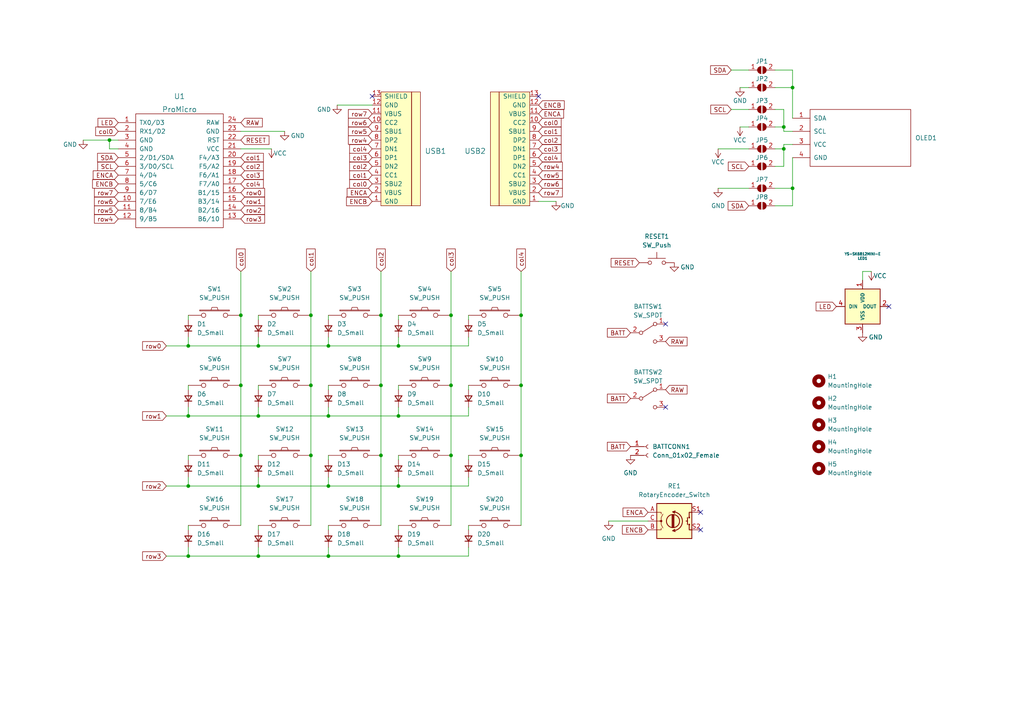
<source format=kicad_sch>
(kicad_sch (version 20211123) (generator eeschema)
  (paper "A4")
  (lib_symbols
    (symbol "Connector:Conn_01x02_Female" (pin_names (offset 1.016) hide)
      (property "Reference" "J" (at 0 2.54 0))
      (property "Value" "Conn_01x02_Female" (at 0 -5.08 0))
      (symbol "Conn_01x02_Female_1_1"
        (arc (start 0 -2.032) (mid -0.508 -2.54) (end 0 -3.048) (stroke (width 0.1524)))
        (polyline (pts (xy -1.27 -2.54) (xy -0.508 -2.54)) (stroke (width 0.1524)))
        (polyline (pts (xy -1.27 0) (xy -0.508 0)) (stroke (width 0.1524)))
        (arc (start 0 0.508) (mid -0.508 0) (end 0 -0.508) (stroke (width 0.1524)))
        (pin passive line (at -5.08 0 0) (length 3.81) (name "Pin_1") (number "1"))
        (pin passive line (at -5.08 -2.54 0) (length 3.81) (name "Pin_2") (number "2"))
      )
    )
    (symbol "Device:D_Small" (pin_numbers hide) (pin_names (offset 0.254) hide)
      (property "Reference" "D" (at -1.27 2.032 0))
      (property "Value" "D_Small" (at -3.81 -2.032 0))
      (symbol "D_Small_0_1"
        (polyline (pts (xy -0.762 -1.016) (xy -0.762 1.016)) (stroke (width 0.254)))
        (polyline (pts (xy -0.762 0) (xy 0.762 0)))
        (polyline (pts (xy 0.762 -1.016) (xy -0.762 0) (xy 0.762 1.016) (xy 0.762 -1.016)) (stroke (width 0.254)))
      )
      (symbol "D_Small_1_1"
        (pin passive line (at -2.54 0 0) (length 1.778) (name "K") (number "1"))
        (pin passive line (at 2.54 0 180) (length 1.778) (name "A") (number "2"))
      )
    )
    (symbol "Device:RotaryEncoder_Switch" (pin_names (offset 0.254) hide)
      (property "Reference" "SW" (at 0 6.604 0))
      (property "Value" "RotaryEncoder_Switch" (at 0 -6.604 0))
      (symbol "RotaryEncoder_Switch_0_1"
        (rectangle (start -5.08 5.08) (end 5.08 -5.08) (stroke (width 0.254)) (fill (type background)))
        (circle (center -3.81 0) (radius 0.254) (fill (type outline)))
        (arc (start -0.381 -2.794) (mid 2.3622 -0.0508) (end -0.381 2.667) (stroke (width 0.254)))
        (circle (center -0.381 0) (radius 1.905) (stroke (width 0.254)))
        (polyline (pts (xy -0.635 -1.778) (xy -0.635 1.778)) (stroke (width 0.254)))
        (polyline (pts (xy -0.381 -1.778) (xy -0.381 1.778)) (stroke (width 0.254)))
        (polyline (pts (xy -0.127 1.778) (xy -0.127 -1.778)) (stroke (width 0.254)))
        (polyline (pts (xy 3.81 0) (xy 3.429 0)) (stroke (width 0.254)))
        (polyline (pts (xy 3.81 1.016) (xy 3.81 -1.016)) (stroke (width 0.254)))
        (polyline (pts (xy -5.08 -2.54) (xy -3.81 -2.54) (xy -3.81 -2.032)))
        (polyline (pts (xy -5.08 2.54) (xy -3.81 2.54) (xy -3.81 2.032)))
        (polyline (pts (xy 0.254 -3.048) (xy -0.508 -2.794) (xy 0.127 -2.413)) (stroke (width 0.254)))
        (polyline (pts (xy 0.254 2.921) (xy -0.508 2.667) (xy 0.127 2.286)) (stroke (width 0.254)))
        (polyline (pts (xy 5.08 -2.54) (xy 4.318 -2.54) (xy 4.318 -1.016)) (stroke (width 0.254)))
        (polyline (pts (xy 5.08 2.54) (xy 4.318 2.54) (xy 4.318 1.016)) (stroke (width 0.254)))
        (polyline (pts (xy -5.08 0) (xy -3.81 0) (xy -3.81 -1.016) (xy -3.302 -2.032)))
        (polyline (pts (xy -4.318 0) (xy -3.81 0) (xy -3.81 1.016) (xy -3.302 2.032)))
        (circle (center 4.318 -1.016) (radius 0.127) (stroke (width 0.254)))
        (circle (center 4.318 1.016) (radius 0.127) (stroke (width 0.254)))
      )
      (symbol "RotaryEncoder_Switch_1_1"
        (pin passive line (at -7.62 2.54 0) (length 2.54) (name "A") (number "A"))
        (pin passive line (at -7.62 -2.54 0) (length 2.54) (name "B") (number "B"))
        (pin passive line (at -7.62 0 0) (length 2.54) (name "C") (number "C"))
        (pin passive line (at 7.62 2.54 180) (length 2.54) (name "S1") (number "S1"))
        (pin passive line (at 7.62 -2.54 180) (length 2.54) (name "S2") (number "S2"))
      )
    )
    (symbol "Jumper:SolderJumper_2_Open" (pin_names (offset 0) hide)
      (property "Reference" "JP" (at 0 2.032 0))
      (property "Value" "SolderJumper_2_Open" (at 0 -2.54 0))
      (symbol "SolderJumper_2_Open_0_1"
        (arc (start -0.254 1.016) (mid -1.27 0) (end -0.254 -1.016))
        (arc (start -0.254 1.016) (mid -1.27 0) (end -0.254 -1.016) (fill (type outline)))
        (polyline (pts (xy -0.254 1.016) (xy -0.254 -1.016)))
        (polyline (pts (xy 0.254 1.016) (xy 0.254 -1.016)))
        (arc (start 0.254 -1.016) (mid 1.27 0) (end 0.254 1.016))
        (arc (start 0.254 -1.016) (mid 1.27 0) (end 0.254 1.016) (fill (type outline)))
      )
      (symbol "SolderJumper_2_Open_1_1"
        (pin passive line (at -3.81 0 0) (length 2.54) (name "A") (number "1"))
        (pin passive line (at 3.81 0 180) (length 2.54) (name "B") (number "2"))
      )
    )
    (symbol "Mechanical:MountingHole" (pin_names (offset 1.016))
      (property "Reference" "H" (at 0 5.08 0))
      (property "Value" "MountingHole" (at 0 3.175 0))
      (symbol "MountingHole_0_1"
        (circle (center 0 0) (radius 1.27) (stroke (width 1.27)))
      )
    )
    (symbol "Switch:SW_Push" (pin_numbers hide) (pin_names (offset 1.016) hide)
      (property "Reference" "SW" (at 1.27 2.54 0))
      (property "Value" "SW_Push" (at 0 -1.524 0))
      (symbol "SW_Push_0_1"
        (circle (center -2.032 0) (radius 0.508))
        (polyline (pts (xy 0 1.27) (xy 0 3.048)))
        (polyline (pts (xy 2.54 1.27) (xy -2.54 1.27)))
        (circle (center 2.032 0) (radius 0.508))
        (pin passive line (at -5.08 0 0) (length 2.54) (name "1") (number "1"))
        (pin passive line (at 5.08 0 180) (length 2.54) (name "2") (number "2"))
      )
    )
    (symbol "Switch:SW_SPDT" (pin_names (offset 0) hide)
      (property "Reference" "SW" (at 0 4.318 0))
      (property "Value" "SW_SPDT" (at 0 -5.08 0))
      (symbol "SW_SPDT_0_0"
        (circle (center -2.032 0) (radius 0.508))
        (circle (center 2.032 -2.54) (radius 0.508))
      )
      (symbol "SW_SPDT_0_1"
        (polyline (pts (xy -1.524 0.254) (xy 1.651 2.286)))
        (circle (center 2.032 2.54) (radius 0.508))
      )
      (symbol "SW_SPDT_1_1"
        (pin passive line (at 5.08 2.54 180) (length 2.54) (name "A") (number "1"))
        (pin passive line (at -5.08 0 0) (length 2.54) (name "B") (number "2"))
        (pin passive line (at 5.08 -2.54 180) (length 2.54) (name "C") (number "3"))
      )
    )
    (symbol "kbd:OLED" (pin_names (offset 1.016))
      (property "Reference" "OL" (at 0 2.54 0))
      (property "Value" "OLED" (at 0 -1.27 0))
      (symbol "OLED_0_1"
        (rectangle (start -13.97 8.89) (end 15.24 -7.62))
      )
      (symbol "OLED_1_1"
        (pin bidirectional line (at -19.05 6.35 0) (length 5.08) (name "SDA") (number "1"))
        (pin bidirectional line (at -19.05 2.54 0) (length 5.08) (name "SCL") (number "2"))
        (pin power_in line (at -19.05 -1.27 0) (length 5.08) (name "VCC") (number "3"))
        (pin power_in line (at -19.05 -5.08 0) (length 5.08) (name "GND") (number "4"))
      )
    )
    (symbol "kbd:ProMicro" (pin_names (offset 1.016))
      (property "Reference" "U" (at 0 19.05 0))
      (property "Value" "ProMicro" (at 0 -19.05 0))
      (symbol "ProMicro_0_1"
        (rectangle (start -12.7 16.51) (end 12.7 -16.51))
      )
      (symbol "ProMicro_1_1"
        (pin bidirectional line (at -17.78 13.97 0) (length 5.08) (name "TX0/D3") (number "1"))
        (pin bidirectional line (at -17.78 -8.89 0) (length 5.08) (name "7/E6") (number "10"))
        (pin bidirectional line (at -17.78 -11.43 0) (length 5.08) (name "8/B4") (number "11"))
        (pin bidirectional line (at -17.78 -13.97 0) (length 5.08) (name "9/B5") (number "12"))
        (pin bidirectional line (at 17.78 -13.97 180) (length 5.08) (name "B6/10") (number "13"))
        (pin bidirectional line (at 17.78 -11.43 180) (length 5.08) (name "B2/16") (number "14"))
        (pin bidirectional line (at 17.78 -8.89 180) (length 5.08) (name "B3/14") (number "15"))
        (pin bidirectional line (at 17.78 -6.35 180) (length 5.08) (name "B1/15") (number "16"))
        (pin bidirectional line (at 17.78 -3.81 180) (length 5.08) (name "F7/A0") (number "17"))
        (pin bidirectional line (at 17.78 -1.27 180) (length 5.08) (name "F6/A1") (number "18"))
        (pin bidirectional line (at 17.78 1.27 180) (length 5.08) (name "F5/A2") (number "19"))
        (pin bidirectional line (at -17.78 11.43 0) (length 5.08) (name "RX1/D2") (number "2"))
        (pin bidirectional line (at 17.78 3.81 180) (length 5.08) (name "F4/A3") (number "20"))
        (pin power_in line (at 17.78 6.35 180) (length 5.08) (name "VCC") (number "21"))
        (pin input line (at 17.78 8.89 180) (length 5.08) (name "RST") (number "22"))
        (pin power_in line (at 17.78 11.43 180) (length 5.08) (name "GND") (number "23"))
        (pin power_out line (at 17.78 13.97 180) (length 5.08) (name "RAW") (number "24"))
        (pin power_in line (at -17.78 8.89 0) (length 5.08) (name "GND") (number "3"))
        (pin power_in line (at -17.78 6.35 0) (length 5.08) (name "GND") (number "4"))
        (pin bidirectional line (at -17.78 3.81 0) (length 5.08) (name "2/D1/SDA") (number "5"))
        (pin bidirectional line (at -17.78 1.27 0) (length 5.08) (name "3/D0/SCL") (number "6"))
        (pin bidirectional line (at -17.78 -1.27 0) (length 5.08) (name "4/D4") (number "7"))
        (pin bidirectional line (at -17.78 -3.81 0) (length 5.08) (name "5/C6") (number "8"))
        (pin bidirectional line (at -17.78 -6.35 0) (length 5.08) (name "6/D7") (number "9"))
      )
    )
    (symbol "kbd:SW_PUSH" (pin_numbers hide) (pin_names (offset 1.016) hide)
      (property "Reference" "SW" (at 3.81 2.794 0))
      (property "Value" "SW_PUSH" (at 0 -2.032 0))
      (symbol "SW_PUSH_0_1"
        (rectangle (start -4.318 1.27) (end 4.318 1.524))
        (polyline (pts (xy -1.016 1.524) (xy -0.762 2.286) (xy 0.762 2.286) (xy 1.016 1.524)))
        (pin passive inverted (at -7.62 0 0) (length 5.08) (name "1") (number "1"))
        (pin passive inverted (at 7.62 0 180) (length 5.08) (name "2") (number "2"))
      )
    )
    (symbol "kbd:YS-SK6812MINI-E" (pin_names (offset 1.016))
      (property "Reference" "LED" (at 2.54 -7.62 0))
      (property "Value" "YS-SK6812MINI-E" (at 6.35 -6.35 0))
      (symbol "YS-SK6812MINI-E_0_1"
        (rectangle (start -5.08 5.08) (end 5.08 -5.08) (stroke (width 0.254)) (fill (type background)))
      )
      (symbol "YS-SK6812MINI-E_1_1"
        (pin power_in line (at 0 7.62 270) (length 2.54) (name "VDD") (number "1"))
        (pin output line (at 7.62 0 180) (length 2.54) (name "DOUT") (number "2"))
        (pin power_in line (at 0 -7.62 90) (length 2.54) (name "VSS") (number "3"))
        (pin input line (at -7.62 0 0) (length 2.54) (name "DIN") (number "4"))
      )
    )
    (symbol "power:GND" (power) (pin_names (offset 0))
      (property "Value" "GND" (at 0 -3.81 0))
      (symbol "GND_0_1"
        (polyline (pts (xy 0 0) (xy 0 -1.27) (xy 1.27 -1.27) (xy 0 -2.54) (xy -1.27 -1.27) (xy 0 -1.27)))
      )
      (symbol "GND_1_1"
        (pin power_in line (at 0 0 270) (length 0) hide (name "GND") (number "1"))
      )
    )
    (symbol "power:VCC" (power) (pin_names (offset 0))
      (property "Value" "VCC" (at 0 3.81 0))
      (symbol "VCC_0_1"
        (polyline (pts (xy -0.762 1.27) (xy 0 2.54)))
        (polyline (pts (xy 0 0) (xy 0 2.54)))
        (polyline (pts (xy 0 2.54) (xy 0.762 1.27)))
      )
      (symbol "VCC_1_1"
        (pin power_in line (at 0 0 90) (length 0) hide (name "VCC") (number "1"))
      )
    )
    (symbol "typec:HRO-TYPE-C-31-M-12" (pin_names (offset 1.016))
      (property "Reference" "USB" (at -5.08 16.51 0))
      (property "Value" "HRO-TYPE-C-31-M-12" (at -10.16 -1.27 90))
      (symbol "HRO-TYPE-C-31-M-12_0_1"
        (rectangle (start -11.43 15.24) (end -8.89 -17.78) (fill (type background)))
        (rectangle (start 0 -17.78) (end -8.89 15.24) (fill (type background)))
      )
      (symbol "HRO-TYPE-C-31-M-12_1_1"
        (pin input line (at 2.54 13.97 180) (length 2.54) (name "GND") (number "1"))
        (pin input line (at 2.54 -8.89 180) (length 2.54) (name "CC2") (number "10"))
        (pin input line (at 2.54 -11.43 180) (length 2.54) (name "VBUS") (number "11"))
        (pin input line (at 2.54 -13.97 180) (length 2.54) (name "GND") (number "12"))
        (pin input line (at 2.54 -16.51 180) (length 2.54) (name "SHIELD") (number "13"))
        (pin input line (at 2.54 11.43 180) (length 2.54) (name "VBUS") (number "2"))
        (pin input line (at 2.54 8.89 180) (length 2.54) (name "SBU2") (number "3"))
        (pin input line (at 2.54 6.35 180) (length 2.54) (name "CC1") (number "4"))
        (pin input line (at 2.54 3.81 180) (length 2.54) (name "DN2") (number "5"))
        (pin input line (at 2.54 1.27 180) (length 2.54) (name "DP1") (number "6"))
        (pin input line (at 2.54 -1.27 180) (length 2.54) (name "DN1") (number "7"))
        (pin input line (at 2.54 -3.81 180) (length 2.54) (name "DP2") (number "8"))
        (pin input line (at 2.54 -6.35 180) (length 2.54) (name "SBU1") (number "9"))
      )
    )
  )
  (junction (at 115.57 161.29))
  (junction (at 69.85 132.08))
  (junction (at 74.93 161.29))
  (junction (at 95.25 140.97))
  (junction (at 130.81 132.08))
  (junction (at 227.33 43.18))
  (junction (at 54.61 120.65))
  (junction (at 110.49 91.44))
  (junction (at 115.57 140.97))
  (junction (at 74.93 140.97))
  (junction (at 74.93 100.33))
  (junction (at 54.61 100.33))
  (junction (at 115.57 100.33))
  (junction (at 115.57 120.65))
  (junction (at 74.93 120.65))
  (junction (at 151.13 111.76))
  (junction (at 90.17 111.76))
  (junction (at 95.25 100.33))
  (junction (at 110.49 111.76))
  (junction (at 151.13 91.44))
  (junction (at 31.75 40.64))
  (junction (at 130.81 91.44))
  (junction (at 95.25 161.29))
  (junction (at 69.85 91.44))
  (junction (at 229.87 54.61))
  (junction (at 90.17 91.44))
  (junction (at 69.85 111.76))
  (junction (at 110.49 132.08))
  (junction (at 90.17 132.08))
  (junction (at 227.33 36.83))
  (junction (at 151.13 132.08))
  (junction (at 54.61 140.97))
  (junction (at 95.25 120.65))
  (junction (at 229.87 25.4))
  (junction (at 54.61 161.29))
  (junction (at 130.81 111.76))
  (no_connect (at 193.04 118.11))
  (no_connect (at 257.81 88.9))
  (no_connect (at 156.21 27.94))
  (no_connect (at 107.95 27.94))
  (no_connect (at 193.04 93.98))
  (no_connect (at 203.2 153.67))
  (no_connect (at 203.2 148.59))
  (wire (pts (xy 115.57 97.79) (xy 115.57 100.33)))
  (wire (pts (xy 24.13 40.64) (xy 31.75 40.64)))
  (wire (pts (xy 95.25 118.11) (xy 95.25 120.65)))
  (wire (pts (xy 130.81 132.08) (xy 130.81 152.4)))
  (wire (pts (xy 74.93 118.11) (xy 74.93 120.65)))
  (wire (pts (xy 74.93 91.44) (xy 74.93 92.71)))
  (wire (pts (xy 74.93 161.29) (xy 95.25 161.29)))
  (wire (pts (xy 95.25 140.97) (xy 115.57 140.97)))
  (wire (pts (xy 227.33 31.75) (xy 227.33 36.83)))
  (wire (pts (xy 115.57 111.76) (xy 115.57 113.03)))
  (wire (pts (xy 74.93 97.79) (xy 74.93 100.33)))
  (wire (pts (xy 217.17 36.83) (xy 214.63 36.83)))
  (wire (pts (xy 224.79 54.61) (xy 229.87 54.61)))
  (wire (pts (xy 110.49 78.74) (xy 110.49 91.44)))
  (wire (pts (xy 217.17 31.75) (xy 212.09 31.75)))
  (wire (pts (xy 151.13 132.08) (xy 151.13 152.4)))
  (wire (pts (xy 74.93 111.76) (xy 74.93 113.03)))
  (wire (pts (xy 48.26 140.97) (xy 54.61 140.97)))
  (wire (pts (xy 229.87 59.69) (xy 229.87 54.61)))
  (wire (pts (xy 54.61 158.75) (xy 54.61 161.29)))
  (wire (pts (xy 250.19 78.74) (xy 250.19 81.28)))
  (wire (pts (xy 95.25 97.79) (xy 95.25 100.33)))
  (wire (pts (xy 115.57 118.11) (xy 115.57 120.65)))
  (wire (pts (xy 151.13 91.44) (xy 151.13 111.76)))
  (wire (pts (xy 54.61 132.08) (xy 54.61 133.35)))
  (wire (pts (xy 34.29 43.18) (xy 31.75 43.18)))
  (wire (pts (xy 135.89 91.44) (xy 135.89 92.71)))
  (wire (pts (xy 74.93 152.4) (xy 74.93 153.67)))
  (wire (pts (xy 135.89 138.43) (xy 135.89 140.97)))
  (wire (pts (xy 115.57 138.43) (xy 115.57 140.97)))
  (wire (pts (xy 115.57 91.44) (xy 115.57 92.71)))
  (wire (pts (xy 69.85 111.76) (xy 69.85 132.08)))
  (wire (pts (xy 54.61 111.76) (xy 54.61 113.03)))
  (wire (pts (xy 95.25 138.43) (xy 95.25 140.97)))
  (wire (pts (xy 130.81 91.44) (xy 130.81 111.76)))
  (wire (pts (xy 217.17 25.4) (xy 214.63 25.4)))
  (wire (pts (xy 224.79 20.32) (xy 229.87 20.32)))
  (wire (pts (xy 115.57 158.75) (xy 115.57 161.29)))
  (wire (pts (xy 74.93 158.75) (xy 74.93 161.29)))
  (wire (pts (xy 69.85 38.1) (xy 82.55 38.1)))
  (wire (pts (xy 95.25 132.08) (xy 95.25 133.35)))
  (wire (pts (xy 130.81 111.76) (xy 130.81 132.08)))
  (wire (pts (xy 229.87 41.91) (xy 227.33 41.91)))
  (wire (pts (xy 229.87 20.32) (xy 229.87 25.4)))
  (wire (pts (xy 135.89 118.11) (xy 135.89 120.65)))
  (wire (pts (xy 115.57 120.65) (xy 135.89 120.65)))
  (wire (pts (xy 69.85 91.44) (xy 69.85 111.76)))
  (wire (pts (xy 95.25 158.75) (xy 95.25 161.29)))
  (wire (pts (xy 69.85 43.18) (xy 78.74 43.18)))
  (wire (pts (xy 31.75 40.64) (xy 34.29 40.64)))
  (wire (pts (xy 130.81 78.74) (xy 130.81 91.44)))
  (wire (pts (xy 74.93 132.08) (xy 74.93 133.35)))
  (wire (pts (xy 151.13 78.74) (xy 151.13 91.44)))
  (wire (pts (xy 115.57 152.4) (xy 115.57 153.67)))
  (wire (pts (xy 90.17 91.44) (xy 90.17 111.76)))
  (wire (pts (xy 135.89 158.75) (xy 135.89 161.29)))
  (wire (pts (xy 95.25 161.29) (xy 115.57 161.29)))
  (wire (pts (xy 48.26 161.29) (xy 54.61 161.29)))
  (wire (pts (xy 90.17 78.74) (xy 90.17 91.44)))
  (wire (pts (xy 31.75 43.18) (xy 31.75 40.64)))
  (wire (pts (xy 95.25 91.44) (xy 95.25 92.71)))
  (wire (pts (xy 48.26 100.33) (xy 54.61 100.33)))
  (wire (pts (xy 115.57 100.33) (xy 135.89 100.33)))
  (wire (pts (xy 54.61 100.33) (xy 74.93 100.33)))
  (wire (pts (xy 110.49 91.44) (xy 110.49 111.76)))
  (wire (pts (xy 54.61 152.4) (xy 54.61 153.67)))
  (wire (pts (xy 110.49 132.08) (xy 110.49 152.4)))
  (wire (pts (xy 135.89 97.79) (xy 135.89 100.33)))
  (wire (pts (xy 54.61 161.29) (xy 74.93 161.29)))
  (wire (pts (xy 90.17 132.08) (xy 90.17 152.4)))
  (wire (pts (xy 95.25 120.65) (xy 115.57 120.65)))
  (wire (pts (xy 54.61 118.11) (xy 54.61 120.65)))
  (wire (pts (xy 115.57 140.97) (xy 135.89 140.97)))
  (wire (pts (xy 110.49 111.76) (xy 110.49 132.08)))
  (wire (pts (xy 54.61 97.79) (xy 54.61 100.33)))
  (wire (pts (xy 224.79 48.26) (xy 227.33 48.26)))
  (wire (pts (xy 224.79 36.83) (xy 227.33 36.83)))
  (wire (pts (xy 135.89 111.76) (xy 135.89 113.03)))
  (wire (pts (xy 74.93 140.97) (xy 95.25 140.97)))
  (wire (pts (xy 187.96 151.13) (xy 176.53 151.13)))
  (wire (pts (xy 208.28 43.18) (xy 217.17 43.18)))
  (wire (pts (xy 224.79 43.18) (xy 227.33 43.18)))
  (wire (pts (xy 135.89 132.08) (xy 135.89 133.35)))
  (wire (pts (xy 115.57 161.29) (xy 135.89 161.29)))
  (wire (pts (xy 252.73 78.74) (xy 250.19 78.74)))
  (wire (pts (xy 97.79 30.48) (xy 107.95 30.48)))
  (wire (pts (xy 135.89 152.4) (xy 135.89 153.67)))
  (wire (pts (xy 95.25 100.33) (xy 115.57 100.33)))
  (wire (pts (xy 229.87 25.4) (xy 229.87 34.29)))
  (wire (pts (xy 224.79 25.4) (xy 229.87 25.4)))
  (wire (pts (xy 74.93 138.43) (xy 74.93 140.97)))
  (wire (pts (xy 208.28 54.61) (xy 217.17 54.61)))
  (wire (pts (xy 227.33 36.83) (xy 227.33 38.1)))
  (wire (pts (xy 227.33 43.18) (xy 227.33 48.26)))
  (wire (pts (xy 95.25 152.4) (xy 95.25 153.67)))
  (wire (pts (xy 115.57 132.08) (xy 115.57 133.35)))
  (wire (pts (xy 224.79 31.75) (xy 227.33 31.75)))
  (wire (pts (xy 69.85 78.74) (xy 69.85 91.44)))
  (wire (pts (xy 227.33 41.91) (xy 227.33 43.18)))
  (wire (pts (xy 227.33 38.1) (xy 229.87 38.1)))
  (wire (pts (xy 69.85 132.08) (xy 69.85 152.4)))
  (wire (pts (xy 54.61 120.65) (xy 74.93 120.65)))
  (wire (pts (xy 54.61 91.44) (xy 54.61 92.71)))
  (wire (pts (xy 217.17 20.32) (xy 212.09 20.32)))
  (wire (pts (xy 151.13 111.76) (xy 151.13 132.08)))
  (wire (pts (xy 90.17 111.76) (xy 90.17 132.08)))
  (wire (pts (xy 74.93 100.33) (xy 95.25 100.33)))
  (wire (pts (xy 95.25 111.76) (xy 95.25 113.03)))
  (wire (pts (xy 54.61 140.97) (xy 74.93 140.97)))
  (wire (pts (xy 48.26 120.65) (xy 54.61 120.65)))
  (wire (pts (xy 224.79 59.69) (xy 229.87 59.69)))
  (wire (pts (xy 229.87 45.72) (xy 229.87 54.61)))
  (wire (pts (xy 74.93 120.65) (xy 95.25 120.65)))
  (wire (pts (xy 54.61 138.43) (xy 54.61 140.97)))
  (wire (pts (xy 156.21 58.42) (xy 161.29 58.42)))
  (global_label "BATT" (shape input) (at 182.88 96.52 180) (property "Intersheet References" "${INTERSHEET_REFS}" (effects hide)))
  (global_label "row4" (shape input) (at 156.21 48.26 0) (property "Intersheet References" "${INTERSHEET_REFS}" (effects hide)))
  (global_label "BATT" (shape input) (at 182.88 129.54 180) (property "Intersheet References" "${INTERSHEET_REFS}" (effects hide)))
  (global_label "RESET" (shape input) (at 69.85 40.64 0) (property "Intersheet References" "${INTERSHEET_REFS}" (effects hide)))
  (global_label "ENCB" (shape input) (at 34.29 53.34 180) (property "Intersheet References" "${INTERSHEET_REFS}" (effects hide)))
  (global_label "col2" (shape input) (at 110.49 78.74 90) (property "Intersheet References" "${INTERSHEET_REFS}" (effects hide)))
  (global_label "row2" (shape input) (at 69.85 60.96 0) (property "Intersheet References" "${INTERSHEET_REFS}" (effects hide)))
  (global_label "col3" (shape input) (at 130.81 78.74 90) (property "Intersheet References" "${INTERSHEET_REFS}" (effects hide)))
  (global_label "ENCA" (shape input) (at 107.95 55.88 180) (property "Intersheet References" "${INTERSHEET_REFS}" (effects hide)))
  (global_label "RESET" (shape input) (at 185.42 76.2 180) (property "Intersheet References" "${INTERSHEET_REFS}" (effects hide)))
  (global_label "col2" (shape input) (at 107.95 48.26 180) (property "Intersheet References" "${INTERSHEET_REFS}" (effects hide)))
  (global_label "row6" (shape input) (at 156.21 53.34 0) (property "Intersheet References" "${INTERSHEET_REFS}" (effects hide)))
  (global_label "SDA" (shape input) (at 34.29 45.72 180) (property "Intersheet References" "${INTERSHEET_REFS}" (effects hide)))
  (global_label "RAW" (shape input) (at 193.04 113.03 0) (property "Intersheet References" "${INTERSHEET_REFS}" (effects hide)))
  (global_label "SDA" (shape input) (at 212.09 20.32 180) (property "Intersheet References" "${INTERSHEET_REFS}" (effects hide)))
  (global_label "col0" (shape input) (at 69.85 78.74 90) (property "Intersheet References" "${INTERSHEET_REFS}" (effects hide)))
  (global_label "LED" (shape input) (at 34.29 35.56 180) (property "Intersheet References" "${INTERSHEET_REFS}" (effects hide)))
  (global_label "col3" (shape input) (at 107.95 45.72 180) (property "Intersheet References" "${INTERSHEET_REFS}" (effects hide)))
  (global_label "row4" (shape input) (at 107.95 40.64 180) (property "Intersheet References" "${INTERSHEET_REFS}" (effects hide)))
  (global_label "ENCB" (shape input) (at 187.96 153.67 180) (property "Intersheet References" "${INTERSHEET_REFS}" (effects hide)))
  (global_label "col1" (shape input) (at 69.85 45.72 0) (property "Intersheet References" "${INTERSHEET_REFS}" (effects hide)))
  (global_label "ENCA" (shape input) (at 187.96 148.59 180) (property "Intersheet References" "${INTERSHEET_REFS}" (effects hide)))
  (global_label "row0" (shape input) (at 48.26 100.33 180) (property "Intersheet References" "${INTERSHEET_REFS}" (effects hide)))
  (global_label "ENCB" (shape input) (at 156.21 30.48 0) (property "Intersheet References" "${INTERSHEET_REFS}" (effects hide)))
  (global_label "row2" (shape input) (at 48.26 140.97 180) (property "Intersheet References" "${INTERSHEET_REFS}" (effects hide)))
  (global_label "RAW" (shape input) (at 193.04 99.06 0) (property "Intersheet References" "${INTERSHEET_REFS}" (effects hide)))
  (global_label "row6" (shape input) (at 107.95 35.56 180) (property "Intersheet References" "${INTERSHEET_REFS}" (effects hide)))
  (global_label "ENCA" (shape input) (at 156.21 33.02 0) (property "Intersheet References" "${INTERSHEET_REFS}" (effects hide)))
  (global_label "BATT" (shape input) (at 182.88 115.57 180) (property "Intersheet References" "${INTERSHEET_REFS}" (effects hide)))
  (global_label "col4" (shape input) (at 69.85 53.34 0) (property "Intersheet References" "${INTERSHEET_REFS}" (effects hide)))
  (global_label "row5" (shape input) (at 34.29 60.96 180) (property "Intersheet References" "${INTERSHEET_REFS}" (effects hide)))
  (global_label "row5" (shape input) (at 156.21 50.8 0) (property "Intersheet References" "${INTERSHEET_REFS}" (effects hide)))
  (global_label "col0" (shape input) (at 156.21 35.56 0) (property "Intersheet References" "${INTERSHEET_REFS}" (effects hide)))
  (global_label "row1" (shape input) (at 69.85 58.42 0) (property "Intersheet References" "${INTERSHEET_REFS}" (effects hide)))
  (global_label "SDA" (shape input) (at 217.17 59.69 180) (property "Intersheet References" "${INTERSHEET_REFS}" (effects hide)))
  (global_label "RAW" (shape input) (at 69.85 35.56 0) (property "Intersheet References" "${INTERSHEET_REFS}" (effects hide)))
  (global_label "col2" (shape input) (at 156.21 40.64 0) (property "Intersheet References" "${INTERSHEET_REFS}" (effects hide)))
  (global_label "col1" (shape input) (at 156.21 38.1 0) (property "Intersheet References" "${INTERSHEET_REFS}" (effects hide)))
  (global_label "SCL" (shape input) (at 217.17 48.26 180) (property "Intersheet References" "${INTERSHEET_REFS}" (effects hide)))
  (global_label "col3" (shape input) (at 156.21 43.18 0) (property "Intersheet References" "${INTERSHEET_REFS}" (effects hide)))
  (global_label "SCL" (shape input) (at 34.29 48.26 180) (property "Intersheet References" "${INTERSHEET_REFS}" (effects hide)))
  (global_label "col1" (shape input) (at 107.95 50.8 180) (property "Intersheet References" "${INTERSHEET_REFS}" (effects hide)))
  (global_label "col0" (shape input) (at 34.29 38.1 180) (property "Intersheet References" "${INTERSHEET_REFS}" (effects hide)))
  (global_label "col2" (shape input) (at 69.85 48.26 0) (property "Intersheet References" "${INTERSHEET_REFS}" (effects hide)))
  (global_label "col4" (shape input) (at 107.95 43.18 180) (property "Intersheet References" "${INTERSHEET_REFS}" (effects hide)))
  (global_label "ENCA" (shape input) (at 34.29 50.8 180) (property "Intersheet References" "${INTERSHEET_REFS}" (effects hide)))
  (global_label "ENCB" (shape input) (at 107.95 58.42 180) (property "Intersheet References" "${INTERSHEET_REFS}" (effects hide)))
  (global_label "row6" (shape input) (at 34.29 58.42 180) (property "Intersheet References" "${INTERSHEET_REFS}" (effects hide)))
  (global_label "LED" (shape input) (at 242.57 88.9 180) (property "Intersheet References" "${INTERSHEET_REFS}" (effects hide)))
  (global_label "col3" (shape input) (at 69.85 50.8 0) (property "Intersheet References" "${INTERSHEET_REFS}" (effects hide)))
  (global_label "col4" (shape input) (at 151.13 78.74 90) (property "Intersheet References" "${INTERSHEET_REFS}" (effects hide)))
  (global_label "row4" (shape input) (at 34.29 63.5 180) (property "Intersheet References" "${INTERSHEET_REFS}" (effects hide)))
  (global_label "row0" (shape input) (at 69.85 55.88 0) (property "Intersheet References" "${INTERSHEET_REFS}" (effects hide)))
  (global_label "row7" (shape input) (at 156.21 55.88 0) (property "Intersheet References" "${INTERSHEET_REFS}" (effects hide)))
  (global_label "SCL" (shape input) (at 212.09 31.75 180) (property "Intersheet References" "${INTERSHEET_REFS}" (effects hide)))
  (global_label "col4" (shape input) (at 156.21 45.72 0) (property "Intersheet References" "${INTERSHEET_REFS}" (effects hide)))
  (global_label "row1" (shape input) (at 48.26 120.65 180) (property "Intersheet References" "${INTERSHEET_REFS}" (effects hide)))
  (global_label "row5" (shape input) (at 107.95 38.1 180) (property "Intersheet References" "${INTERSHEET_REFS}" (effects hide)))
  (global_label "row7" (shape input) (at 34.29 55.88 180) (property "Intersheet References" "${INTERSHEET_REFS}" (effects hide)))
  (global_label "col0" (shape input) (at 107.95 53.34 180) (property "Intersheet References" "${INTERSHEET_REFS}" (effects hide)))
  (global_label "row7" (shape input) (at 107.95 33.02 180) (property "Intersheet References" "${INTERSHEET_REFS}" (effects hide)))
  (global_label "row3" (shape input) (at 48.26 161.29 180) (property "Intersheet References" "${INTERSHEET_REFS}" (effects hide)))
  (global_label "row3" (shape input) (at 69.85 63.5 0) (property "Intersheet References" "${INTERSHEET_REFS}" (effects hide)))
  (global_label "col1" (shape input) (at 90.17 78.74 90) (property "Intersheet References" "${INTERSHEET_REFS}" (effects hide)))
  (symbol (lib_id "Device:RotaryEncoder_Switch") (at 195.58 151.13 0) (unit 1)
    (property "Reference" "RE1" (at 195.58 140.97 0))
    (property "Value" "RotaryEncoder_Switch" (at 195.58 143.51 0))
    (property "Footprint" "pica:RotaryEncoder_EC11-no-legs" (effects hide))
  )
  (symbol (lib_id "kbd:SW_PUSH") (at 82.55 111.76 0) (unit 1)
    (property "Reference" "SW7" (at 82.55 104.14 0))
    (property "Value" "SW_PUSH" (at 82.55 106.68 0))
    (property "Footprint" "pica:CherryMX_Hotswap" (effects hide))
  )
  (symbol (lib_id "Jumper:SolderJumper_2_Open") (at 220.98 25.4 0) (unit 1)
    (property "Reference" "JP2" (at 220.98 22.86 0))
    (property "Value" "SolderJumper_2_Open" (effects hide))
    (property "Footprint" "Jumper:SolderJumper-2_P1.3mm_Open_TrianglePad1.0x1.5mm" (effects hide))
  )
  (symbol (lib_id "kbd:SW_PUSH") (at 102.87 132.08 0) (unit 1)
    (property "Reference" "SW13" (at 102.87 124.46 0))
    (property "Value" "SW_PUSH" (at 102.87 127 0))
    (property "Footprint" "pica:CherryMX_Hotswap" (effects hide))
  )
  (symbol (lib_id "power:VCC") (at 208.28 43.18 180) (unit 1)
    (property "Reference" "#PWR07" (effects hide))
    (property "Value" "VCC" (at 208.28 46.99 0))
  )
  (symbol (lib_id "kbd:SW_PUSH") (at 62.23 111.76 0) (unit 1)
    (property "Reference" "SW6" (at 62.23 104.14 0))
    (property "Value" "SW_PUSH" (at 62.23 106.68 0))
    (property "Footprint" "pica:CherryMX_Hotswap" (effects hide))
  )
  (symbol (lib_id "Mechanical:MountingHole") (at 237.49 129.54 0) (unit 1)
    (property "Reference" "H4" (at 240.03 128.2699 0) (effects (justify left)))
    (property "Value" "MountingHole" (at 240.03 130.8099 0) (effects (justify left)))
    (property "Footprint" "kbd:M2_HOLE_v2" (effects hide))
  )
  (symbol (lib_id "Device:D_Small") (at 54.61 156.21 90) (unit 1)
    (property "Reference" "D16" (at 57.15 154.9399 90) (effects (justify right)))
    (property "Value" "D_Small" (at 57.15 157.4799 90) (effects (justify right)))
    (property "Footprint" "pica:D3_SMD" (effects hide))
  )
  (symbol (lib_id "power:GND") (at 161.29 58.42 0) (unit 1)
    (property "Reference" "#PWR0101" (effects hide))
    (property "Value" "GND" (at 162.56 59.69 0) (effects (justify left)))
  )
  (symbol (lib_id "typec:HRO-TYPE-C-31-M-12") (at 153.67 44.45 0) (mirror x) (unit 1)
    (property "Reference" "USB2" (at 140.97 43.815 0) (effects (font (size 1.524 1.524)) (justify right)))
    (property "Value" "HRO-TYPE-C-31-M-12" (effects hide))
    (property "Footprint" "typec:HRO-TYPE-C-31-M-12-HandSoldering" (effects hide))
  )
  (symbol (lib_id "power:GND") (at 82.55 38.1 0) (unit 1)
    (property "Reference" "#PWR03" (effects hide))
    (property "Value" "GND" (at 86.36 39.37 0))
  )
  (symbol (lib_id "Device:D_Small") (at 135.89 95.25 90) (unit 1)
    (property "Reference" "D5" (at 138.43 93.9799 90) (effects (justify right)))
    (property "Value" "D_Small" (at 138.43 96.5199 90) (effects (justify right)))
    (property "Footprint" "pica:D3_SMD" (effects hide))
  )
  (symbol (lib_id "Device:D_Small") (at 95.25 135.89 90) (unit 1)
    (property "Reference" "D13" (at 97.79 134.6199 90) (effects (justify right)))
    (property "Value" "D_Small" (at 97.79 137.1599 90) (effects (justify right)))
    (property "Footprint" "pica:D3_SMD" (effects hide))
  )
  (symbol (lib_id "Device:D_Small") (at 95.25 156.21 90) (unit 1)
    (property "Reference" "D18" (at 97.79 154.9399 90) (effects (justify right)))
    (property "Value" "D_Small" (at 97.79 157.4799 90) (effects (justify right)))
    (property "Footprint" "pica:D3_SMD" (effects hide))
  )
  (symbol (lib_id "kbd:SW_PUSH") (at 82.55 91.44 0) (unit 1)
    (property "Reference" "SW2" (at 82.55 83.82 0))
    (property "Value" "SW_PUSH" (at 82.55 86.36 0))
    (property "Footprint" "pica:CherryMX_Hotswap" (effects hide))
  )
  (symbol (lib_id "Jumper:SolderJumper_2_Open") (at 220.98 43.18 0) (unit 1)
    (property "Reference" "JP5" (at 220.98 40.64 0))
    (property "Value" "SolderJumper_2_Open" (effects hide))
    (property "Footprint" "Jumper:SolderJumper-2_P1.3mm_Open_TrianglePad1.0x1.5mm" (effects hide))
  )
  (symbol (lib_id "Connector:Conn_01x02_Female") (at 187.96 129.54 0) (unit 1)
    (property "Reference" "BATTCONN1" (at 189.23 129.5399 0) (effects (justify left)))
    (property "Value" "Conn_01x02_Female" (at 189.23 132.0799 0) (effects (justify left)))
    (property "Footprint" "Connector_JST:JST_XH_S2B-XH-A_1x02_P2.50mm_Horizontal" (effects hide))
  )
  (symbol (lib_id "Device:D_Small") (at 135.89 115.57 90) (unit 1)
    (property "Reference" "D10" (at 138.43 114.2999 90) (effects (justify right)))
    (property "Value" "D_Small" (at 138.43 116.8399 90) (effects (justify right)))
    (property "Footprint" "pica:D3_SMD" (effects hide))
  )
  (symbol (lib_id "Device:D_Small") (at 54.61 95.25 90) (unit 1)
    (property "Reference" "D1" (at 57.15 93.9799 90) (effects (justify right)))
    (property "Value" "D_Small" (at 57.15 96.5199 90) (effects (justify right)))
    (property "Footprint" "pica:D3_SMD" (effects hide))
  )
  (symbol (lib_id "kbd:SW_PUSH") (at 123.19 111.76 0) (unit 1)
    (property "Reference" "SW9" (at 123.19 104.14 0))
    (property "Value" "SW_PUSH" (at 123.19 106.68 0))
    (property "Footprint" "pica:CherryMX_Hotswap" (effects hide))
  )
  (symbol (lib_id "Device:D_Small") (at 74.93 135.89 90) (unit 1)
    (property "Reference" "D12" (at 77.47 134.6199 90) (effects (justify right)))
    (property "Value" "D_Small" (at 77.47 137.1599 90) (effects (justify right)))
    (property "Footprint" "pica:D3_SMD" (effects hide))
  )
  (symbol (lib_id "kbd:ProMicro") (at 52.07 49.53 0) (unit 1)
    (property "Reference" "U1" (at 52.07 27.94 0) (effects (font (size 1.524 1.524))))
    (property "Value" "ProMicro" (at 52.07 31.75 0) (effects (font (size 1.524 1.524))))
    (property "Footprint" "keebio:ArduinoProMicro" (effects hide))
  )
  (symbol (lib_id "kbd:SW_PUSH") (at 123.19 91.44 0) (unit 1)
    (property "Reference" "SW4" (at 123.19 83.82 0))
    (property "Value" "SW_PUSH" (at 123.19 86.36 0))
    (property "Footprint" "pica:CherryMX_Hotswap" (effects hide))
  )
  (symbol (lib_id "kbd:SW_PUSH") (at 143.51 152.4 0) (unit 1)
    (property "Reference" "SW20" (at 143.51 144.78 0))
    (property "Value" "SW_PUSH" (at 143.51 147.32 0))
    (property "Footprint" "pica:CherryMX_Hotswap_1.5" (effects hide))
  )
  (symbol (lib_id "Jumper:SolderJumper_2_Open") (at 220.98 54.61 0) (unit 1)
    (property "Reference" "JP7" (at 220.98 52.07 0))
    (property "Value" "SolderJumper_2_Open" (effects hide))
    (property "Footprint" "Jumper:SolderJumper-2_P1.3mm_Open_TrianglePad1.0x1.5mm" (effects hide))
  )
  (symbol (lib_id "kbd:SW_PUSH") (at 82.55 132.08 0) (unit 1)
    (property "Reference" "SW12" (at 82.55 124.46 0))
    (property "Value" "SW_PUSH" (at 82.55 127 0))
    (property "Footprint" "pica:CherryMX_Hotswap" (effects hide))
  )
  (symbol (lib_id "power:GND") (at 250.19 96.52 0) (unit 1)
    (property "Reference" "#PWR010" (effects hide))
    (property "Value" "GND" (at 254 97.79 0))
  )
  (symbol (lib_id "Device:D_Small") (at 115.57 156.21 90) (unit 1)
    (property "Reference" "D19" (at 118.11 154.9399 90) (effects (justify right)))
    (property "Value" "D_Small" (at 118.11 157.4799 90) (effects (justify right)))
    (property "Footprint" "pica:D3_SMD" (effects hide))
  )
  (symbol (lib_id "kbd:SW_PUSH") (at 123.19 152.4 0) (unit 1)
    (property "Reference" "SW19" (at 123.19 144.78 0))
    (property "Value" "SW_PUSH" (at 123.19 147.32 0))
    (property "Footprint" "pica:CherryMX_Hotswap" (effects hide))
  )
  (symbol (lib_id "Mechanical:MountingHole") (at 237.49 116.84 0) (unit 1)
    (property "Reference" "H2" (at 240.03 115.5699 0) (effects (justify left)))
    (property "Value" "MountingHole" (at 240.03 118.1099 0) (effects (justify left)))
    (property "Footprint" "kbd:M2_HOLE_v2" (effects hide))
  )
  (symbol (lib_id "kbd:SW_PUSH") (at 123.19 132.08 0) (unit 1)
    (property "Reference" "SW14" (at 123.19 124.46 0))
    (property "Value" "SW_PUSH" (at 123.19 127 0))
    (property "Footprint" "pica:CherryMX_Hotswap" (effects hide))
  )
  (symbol (lib_id "power:VCC") (at 78.74 43.18 180) (unit 1)
    (property "Reference" "#PWR06" (effects hide))
    (property "Value" "VCC" (at 81.28 44.45 0))
  )
  (symbol (lib_id "Device:D_Small") (at 74.93 115.57 90) (unit 1)
    (property "Reference" "D7" (at 77.47 114.2999 90) (effects (justify right)))
    (property "Value" "D_Small" (at 77.47 116.8399 90) (effects (justify right)))
    (property "Footprint" "pica:D3_SMD" (effects hide))
  )
  (symbol (lib_id "Device:D_Small") (at 135.89 156.21 90) (unit 1)
    (property "Reference" "D20" (at 138.43 154.9399 90) (effects (justify right)))
    (property "Value" "D_Small" (at 138.43 157.4799 90) (effects (justify right)))
    (property "Footprint" "pica:D3_SMD" (effects hide))
  )
  (symbol (lib_id "power:GND") (at 208.28 54.61 0) (unit 1)
    (property "Reference" "#PWR08" (effects hide))
    (property "Value" "GND" (at 208.28 59.69 0))
  )
  (symbol (lib_id "power:VCC") (at 214.63 36.83 180) (unit 1)
    (property "Reference" "#PWR04" (effects hide))
    (property "Value" "VCC" (at 214.63 40.64 0))
  )
  (symbol (lib_id "Jumper:SolderJumper_2_Open") (at 220.98 48.26 0) (unit 1)
    (property "Reference" "JP6" (at 220.98 45.72 0))
    (property "Value" "SolderJumper_2_Open" (effects hide))
    (property "Footprint" "Jumper:SolderJumper-2_P1.3mm_Open_TrianglePad1.0x1.5mm" (effects hide))
  )
  (symbol (lib_id "kbd:SW_PUSH") (at 102.87 111.76 0) (unit 1)
    (property "Reference" "SW8" (at 102.87 104.14 0))
    (property "Value" "SW_PUSH" (at 102.87 106.68 0))
    (property "Footprint" "pica:CherryMX_Hotswap" (effects hide))
  )
  (symbol (lib_id "Device:D_Small") (at 95.25 95.25 90) (unit 1)
    (property "Reference" "D3" (at 97.79 93.9799 90) (effects (justify right)))
    (property "Value" "D_Small" (at 97.79 96.5199 90) (effects (justify right)))
    (property "Footprint" "pica:D3_SMD" (effects hide))
  )
  (symbol (lib_id "power:GND") (at 24.13 40.64 0) (unit 1)
    (property "Reference" "#PWR05" (effects hide))
    (property "Value" "GND" (at 20.32 41.91 0))
  )
  (symbol (lib_id "Switch:SW_SPDT") (at 187.96 115.57 0) (unit 1)
    (property "Reference" "BATTSW2" (at 187.96 107.95 0))
    (property "Value" "SW_SPDT" (at 187.96 110.49 0))
    (property "Footprint" "Button_Switch_SMD:SW_SPDT_PCM12" (effects hide))
  )
  (symbol (lib_id "Jumper:SolderJumper_2_Open") (at 220.98 59.69 0) (unit 1)
    (property "Reference" "JP8" (at 220.98 57.15 0))
    (property "Value" "SolderJumper_2_Open" (effects hide))
    (property "Footprint" "Jumper:SolderJumper-2_P1.3mm_Open_TrianglePad1.0x1.5mm" (effects hide))
  )
  (symbol (lib_id "Jumper:SolderJumper_2_Open") (at 220.98 36.83 0) (unit 1)
    (property "Reference" "JP4" (at 220.98 34.29 0))
    (property "Value" "SolderJumper_2_Open" (effects hide))
    (property "Footprint" "Jumper:SolderJumper-2_P1.3mm_Open_TrianglePad1.0x1.5mm" (effects hide))
  )
  (symbol (lib_id "power:GND") (at 214.63 25.4 0) (unit 1)
    (property "Reference" "#PWR01" (effects hide))
    (property "Value" "GND" (at 214.63 29.21 0))
  )
  (symbol (lib_id "Device:D_Small") (at 135.89 135.89 90) (unit 1)
    (property "Reference" "D15" (at 138.43 134.6199 90) (effects (justify right)))
    (property "Value" "D_Small" (at 138.43 137.1599 90) (effects (justify right)))
    (property "Footprint" "pica:D3_SMD" (effects hide))
  )
  (symbol (lib_id "Device:D_Small") (at 115.57 115.57 90) (unit 1)
    (property "Reference" "D9" (at 118.11 114.2999 90) (effects (justify right)))
    (property "Value" "D_Small" (at 118.11 116.8399 90) (effects (justify right)))
    (property "Footprint" "pica:D3_SMD" (effects hide))
  )
  (symbol (lib_id "kbd:SW_PUSH") (at 82.55 152.4 0) (unit 1)
    (property "Reference" "SW17" (at 82.55 144.78 0))
    (property "Value" "SW_PUSH" (at 82.55 147.32 0))
    (property "Footprint" "pica:CherryMX_Hotswap" (effects hide))
  )
  (symbol (lib_id "Mechanical:MountingHole") (at 237.49 110.49 0) (unit 1)
    (property "Reference" "H1" (at 240.03 109.2199 0) (effects (justify left)))
    (property "Value" "MountingHole" (at 240.03 111.7599 0) (effects (justify left)))
    (property "Footprint" "kbd:M2_HOLE_v2" (effects hide))
  )
  (symbol (lib_id "Mechanical:MountingHole") (at 237.49 123.19 0) (unit 1)
    (property "Reference" "H3" (at 240.03 121.9199 0) (effects (justify left)))
    (property "Value" "MountingHole" (at 240.03 124.4599 0) (effects (justify left)))
    (property "Footprint" "kbd:M2_HOLE_v2" (effects hide))
  )
  (symbol (lib_id "kbd:SW_PUSH") (at 62.23 152.4 0) (unit 1)
    (property "Reference" "SW16" (at 62.23 144.78 0))
    (property "Value" "SW_PUSH" (at 62.23 147.32 0))
    (property "Footprint" "pica:CherryMX_Hotswap" (effects hide))
  )
  (symbol (lib_id "Jumper:SolderJumper_2_Open") (at 220.98 20.32 0) (unit 1)
    (property "Reference" "JP1" (at 220.98 17.78 0))
    (property "Value" "SolderJumper_2_Open" (effects hide))
    (property "Footprint" "Jumper:SolderJumper-2_P1.3mm_Open_TrianglePad1.0x1.5mm" (effects hide))
  )
  (symbol (lib_id "kbd:SW_PUSH") (at 143.51 132.08 0) (unit 1)
    (property "Reference" "SW15" (at 143.51 124.46 0))
    (property "Value" "SW_PUSH" (at 143.51 127 0))
    (property "Footprint" "pica:CherryMX_Hotswap" (effects hide))
  )
  (symbol (lib_id "typec:HRO-TYPE-C-31-M-12") (at 110.49 44.45 180) (unit 1)
    (property "Reference" "USB1" (at 123.19 43.815 0) (effects (font (size 1.524 1.524)) (justify right)))
    (property "Value" "HRO-TYPE-C-31-M-12" (effects hide))
    (property "Footprint" "typec:HRO-TYPE-C-31-M-12-HandSoldering" (effects hide))
  )
  (symbol (lib_id "kbd:SW_PUSH") (at 102.87 91.44 0) (unit 1)
    (property "Reference" "SW3" (at 102.87 83.82 0))
    (property "Value" "SW_PUSH" (at 102.87 86.36 0))
    (property "Footprint" "pica:CherryMX_Hotswap" (effects hide))
  )
  (symbol (lib_id "Switch:SW_SPDT") (at 187.96 96.52 0) (unit 1)
    (property "Reference" "BATTSW1" (at 187.96 88.9 0))
    (property "Value" "SW_SPDT" (at 187.96 91.44 0))
    (property "Footprint" "Button_Switch_SMD:SW_SPDT_PCM12" (effects hide))
  )
  (symbol (lib_id "kbd:SW_PUSH") (at 143.51 111.76 0) (unit 1)
    (property "Reference" "SW10" (at 143.51 104.14 0))
    (property "Value" "SW_PUSH" (at 143.51 106.68 0))
    (property "Footprint" "pica:CherryMX_Hotswap" (effects hide))
  )
  (symbol (lib_id "power:VCC") (at 252.73 78.74 180) (unit 1)
    (property "Reference" "#PWR011" (effects hide))
    (property "Value" "VCC" (at 255.27 80.01 0))
  )
  (symbol (lib_id "power:GND") (at 182.88 132.08 0) (unit 1)
    (property "Reference" "#PWR012" (effects hide))
    (property "Value" "GND" (at 182.88 137.16 0))
  )
  (symbol (lib_id "Device:D_Small") (at 74.93 95.25 90) (unit 1)
    (property "Reference" "D2" (at 77.47 93.9799 90) (effects (justify right)))
    (property "Value" "D_Small" (at 77.47 96.5199 90) (effects (justify right)))
    (property "Footprint" "pica:D3_SMD" (effects hide))
  )
  (symbol (lib_id "Device:D_Small") (at 95.25 115.57 90) (unit 1)
    (property "Reference" "D8" (at 97.79 114.2999 90) (effects (justify right)))
    (property "Value" "D_Small" (at 97.79 116.8399 90) (effects (justify right)))
    (property "Footprint" "pica:D3_SMD" (effects hide))
  )
  (symbol (lib_id "kbd:SW_PUSH") (at 102.87 152.4 0) (unit 1)
    (property "Reference" "SW18" (at 102.87 144.78 0))
    (property "Value" "SW_PUSH" (at 102.87 147.32 0))
    (property "Footprint" "pica:CherryMX_Hotswap" (effects hide))
  )
  (symbol (lib_id "kbd:SW_PUSH") (at 62.23 132.08 0) (unit 1)
    (property "Reference" "SW11" (at 62.23 124.46 0))
    (property "Value" "SW_PUSH" (at 62.23 127 0))
    (property "Footprint" "pica:CherryMX_Hotswap" (effects hide))
  )
  (symbol (lib_id "Mechanical:MountingHole") (at 237.49 135.89 0) (unit 1)
    (property "Reference" "H5" (at 240.03 134.6199 0) (effects (justify left)))
    (property "Value" "MountingHole" (at 240.03 137.1599 0) (effects (justify left)))
    (property "Footprint" "kbd:M2_HOLE_v2" (effects hide))
  )
  (symbol (lib_id "Device:D_Small") (at 115.57 135.89 90) (unit 1)
    (property "Reference" "D14" (at 118.11 134.6199 90) (effects (justify right)))
    (property "Value" "D_Small" (at 118.11 137.1599 90) (effects (justify right)))
    (property "Footprint" "pica:D3_SMD" (effects hide))
  )
  (symbol (lib_id "Device:D_Small") (at 74.93 156.21 90) (unit 1)
    (property "Reference" "D17" (at 77.47 154.9399 90) (effects (justify right)))
    (property "Value" "D_Small" (at 77.47 157.4799 90) (effects (justify right)))
    (property "Footprint" "pica:D3_SMD" (effects hide))
  )
  (symbol (lib_id "Device:D_Small") (at 115.57 95.25 90) (unit 1)
    (property "Reference" "D4" (at 118.11 93.9799 90) (effects (justify right)))
    (property "Value" "D_Small" (at 118.11 96.5199 90) (effects (justify right)))
    (property "Footprint" "pica:D3_SMD" (effects hide))
  )
  (symbol (lib_id "Switch:SW_Push") (at 190.5 76.2 0) (unit 1)
    (property "Reference" "RESET1" (at 190.5 68.58 0))
    (property "Value" "SW_Push" (at 190.5 71.12 0))
    (property "Footprint" "kbd:ResetSW" (effects hide))
  )
  (symbol (lib_id "kbd:OLED") (at 248.92 40.64 0) (unit 1)
    (property "Reference" "OLED1" (at 265.43 40.005 0) (effects (font (size 1.2954 1.2954)) (justify left)))
    (property "Value" "OLED" (effects hide))
    (property "Footprint" "kbd:OLED_v2" (effects hide))
  )
  (symbol (lib_id "kbd:SW_PUSH") (at 62.23 91.44 0) (unit 1)
    (property "Reference" "SW1" (at 62.23 83.82 0))
    (property "Value" "SW_PUSH" (at 62.23 86.36 0))
    (property "Footprint" "pica:CherryMX_Hotswap" (effects hide))
  )
  (symbol (lib_id "power:GND") (at 97.79 30.48 0) (unit 1)
    (property "Reference" "#PWR02" (effects hide))
    (property "Value" "GND" (at 93.98 31.75 0))
  )
  (symbol (lib_id "Jumper:SolderJumper_2_Open") (at 220.98 31.75 0) (unit 1)
    (property "Reference" "JP3" (at 220.98 29.21 0))
    (property "Value" "SolderJumper_2_Open" (effects hide))
    (property "Footprint" "Jumper:SolderJumper-2_P1.3mm_Open_TrianglePad1.0x1.5mm" (effects hide))
  )
  (symbol (lib_id "power:GND") (at 195.58 76.2 0) (unit 1)
    (property "Reference" "#PWR09" (effects hide))
    (property "Value" "GND" (at 199.39 77.47 0))
  )
  (symbol (lib_id "Device:D_Small") (at 54.61 135.89 90) (unit 1)
    (property "Reference" "D11" (at 57.15 134.6199 90) (effects (justify right)))
    (property "Value" "D_Small" (at 57.15 137.1599 90) (effects (justify right)))
    (property "Footprint" "pica:D3_SMD" (effects hide))
  )
  (symbol (lib_id "power:GND") (at 176.53 151.13 0) (unit 1)
    (property "Reference" "#PWR013" (effects hide))
    (property "Value" "GND" (at 176.53 156.21 0))
  )
  (symbol (lib_id "Device:D_Small") (at 54.61 115.57 90) (unit 1)
    (property "Reference" "D6" (at 57.15 114.2999 90) (effects (justify right)))
    (property "Value" "D_Small" (at 57.15 116.8399 90) (effects (justify right)))
    (property "Footprint" "pica:D3_SMD" (effects hide))
  )
  (symbol (lib_id "kbd:YS-SK6812MINI-E") (at 250.19 88.9 0) (unit 1)
    (property "Reference" "LED1" (at 250.19 74.93 0) (effects (font (size 0.7366 0.7366))))
    (property "Value" "YS-SK6812MINI-E" (at 250.19 73.66 0) (effects (font (size 0.7366 0.7366))))
    (property "Footprint" "pica:SK6812-MINI-E" (effects hide))
  )
  (symbol (lib_id "kbd:SW_PUSH") (at 143.51 91.44 0) (unit 1)
    (property "Reference" "SW5" (at 143.51 83.82 0))
    (property "Value" "SW_PUSH" (at 143.51 86.36 0))
    (property "Footprint" "pica:CherryMX_Hotswap" (effects hide))
  )
)
</source>
